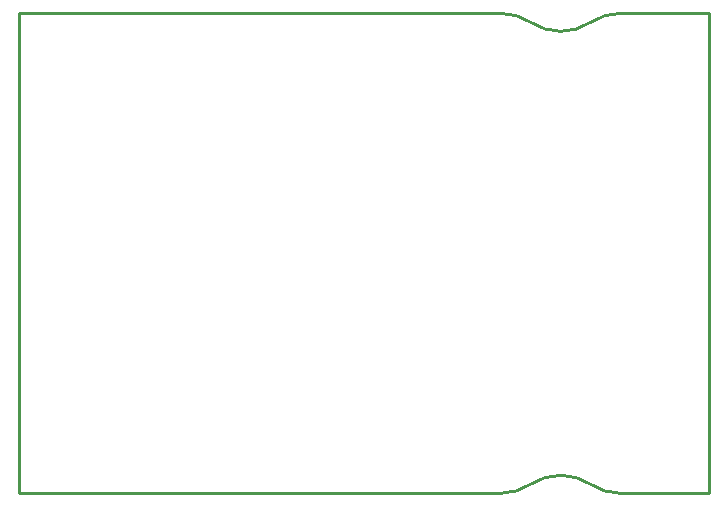
<source format=gbr>
G04 #@! TF.GenerationSoftware,KiCad,Pcbnew,8.0.8*
G04 #@! TF.CreationDate,2025-05-26T08:32:39+07:00*
G04 #@! TF.ProjectId,LP_MSPM0C1104-EB-V1.1,4c505f4d-5350-44d3-9043-313130342d45,rev?*
G04 #@! TF.SameCoordinates,Original*
G04 #@! TF.FileFunction,Profile,NP*
%FSLAX46Y46*%
G04 Gerber Fmt 4.6, Leading zero omitted, Abs format (unit mm)*
G04 Created by KiCad (PCBNEW 8.0.8) date 2025-05-26 08:32:39*
%MOMM*%
%LPD*%
G01*
G04 APERTURE LIST*
G04 #@! TA.AperFunction,Profile*
%ADD10C,0.254000*%
G04 #@! TD*
G04 #@! TA.AperFunction,Profile*
%ADD11C,0.050000*%
G04 #@! TD*
G04 APERTURE END LIST*
D10*
X160083500Y-84679150D02*
G75*
G02*
X162623501Y-85441147I0J-4614350D01*
G01*
D11*
X167703498Y-124557317D02*
X167703498Y-124557320D01*
D10*
X162623538Y-124552894D02*
G75*
G02*
X160083492Y-125319336I-2547338J3849894D01*
G01*
X162623540Y-124552890D02*
G75*
G02*
X167703522Y-124557283I2536660J-3854410D01*
G01*
D11*
X162623499Y-85441150D02*
X162623490Y-85441152D01*
X162623540Y-124552890D02*
X162623538Y-124552894D01*
D10*
X170243500Y-84680000D02*
X177711100Y-84679088D01*
X119291100Y-125328050D02*
X119291100Y-84679150D01*
X167703448Y-85441206D02*
G75*
G02*
X162623484Y-85441161I-2539948J3852306D01*
G01*
X177711100Y-84679150D02*
X177711100Y-125319150D01*
D11*
X160083492Y-125319324D02*
X160083500Y-125319320D01*
D10*
X160083500Y-125319320D02*
X119291100Y-125328050D01*
X177711100Y-125319150D02*
X170243499Y-125319150D01*
X167703451Y-85441205D02*
G75*
G02*
X170243496Y-84679986I2538749J-3852895D01*
G01*
X119291100Y-84679150D02*
X160083500Y-84679150D01*
X170243499Y-125319150D02*
G75*
G02*
X167703510Y-124557298I-299J4614050D01*
G01*
D11*
X170243496Y-84680000D02*
X170243500Y-84680000D01*
X167703448Y-85441206D02*
X167703451Y-85441205D01*
M02*

</source>
